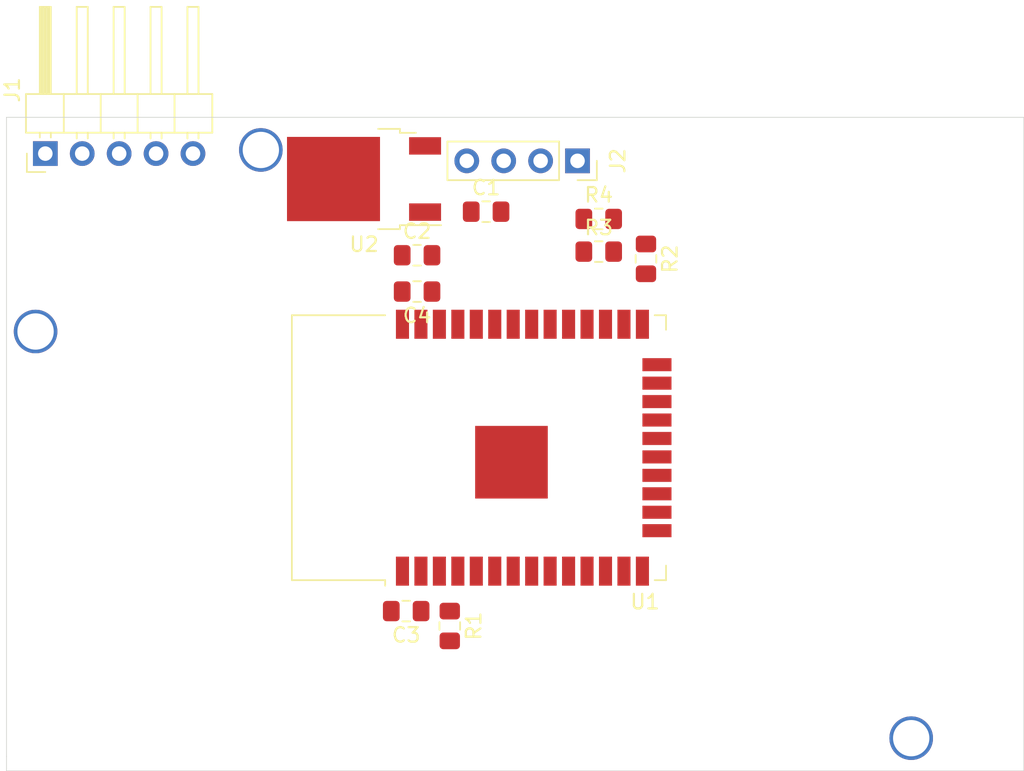
<source format=kicad_pcb>
(kicad_pcb (version 20171130) (host pcbnew 5.1.5-52549c5~84~ubuntu18.04.1)

  (general
    (thickness 1.6)
    (drawings 5)
    (tracks 3)
    (zones 0)
    (modules 12)
    (nets 39)
  )

  (page A4)
  (layers
    (0 F.Cu signal)
    (31 B.Cu signal)
    (32 B.Adhes user)
    (33 F.Adhes user)
    (34 B.Paste user)
    (35 F.Paste user)
    (36 B.SilkS user)
    (37 F.SilkS user)
    (38 B.Mask user)
    (39 F.Mask user)
    (40 Dwgs.User user)
    (41 Cmts.User user)
    (42 Eco1.User user)
    (43 Eco2.User user)
    (44 Edge.Cuts user)
    (45 Margin user)
    (46 B.CrtYd user)
    (47 F.CrtYd user hide)
    (48 B.Fab user)
    (49 F.Fab user hide)
  )

  (setup
    (last_trace_width 0.25)
    (trace_clearance 0.2)
    (zone_clearance 0.508)
    (zone_45_only no)
    (trace_min 0.2)
    (via_size 0.8)
    (via_drill 0.4)
    (via_min_size 0.4)
    (via_min_drill 0.3)
    (uvia_size 0.3)
    (uvia_drill 0.1)
    (uvias_allowed no)
    (uvia_min_size 0.2)
    (uvia_min_drill 0.1)
    (edge_width 0.05)
    (segment_width 0.2)
    (pcb_text_width 0.3)
    (pcb_text_size 1.5 1.5)
    (mod_edge_width 0.12)
    (mod_text_size 1 1)
    (mod_text_width 0.15)
    (pad_size 1.524 1.524)
    (pad_drill 0.762)
    (pad_to_mask_clearance 0.051)
    (solder_mask_min_width 0.25)
    (aux_axis_origin 0 0)
    (visible_elements FFFFFF7F)
    (pcbplotparams
      (layerselection 0x010fc_ffffffff)
      (usegerberextensions false)
      (usegerberattributes false)
      (usegerberadvancedattributes false)
      (creategerberjobfile false)
      (excludeedgelayer true)
      (linewidth 0.100000)
      (plotframeref false)
      (viasonmask false)
      (mode 1)
      (useauxorigin false)
      (hpglpennumber 1)
      (hpglpenspeed 20)
      (hpglpendiameter 15.000000)
      (psnegative false)
      (psa4output false)
      (plotreference true)
      (plotvalue true)
      (plotinvisibletext false)
      (padsonsilk false)
      (subtractmaskfromsilk false)
      (outputformat 1)
      (mirror false)
      (drillshape 1)
      (scaleselection 1)
      (outputdirectory ""))
  )

  (net 0 "")
  (net 1 +5V)
  (net 2 +3V3)
  (net 3 GND)
  (net 4 RST)
  (net 5 GPIO0)
  (net 6 TX)
  (net 7 RX)
  (net 8 TX2)
  (net 9 RX2_H)
  (net 10 RX2)
  (net 11 "Net-(U1-Pad4)")
  (net 12 "Net-(U1-Pad5)")
  (net 13 "Net-(U1-Pad6)")
  (net 14 "Net-(U1-Pad7)")
  (net 15 "Net-(U1-Pad8)")
  (net 16 "Net-(U1-Pad9)")
  (net 17 "Net-(U1-Pad10)")
  (net 18 "Net-(U1-Pad11)")
  (net 19 "Net-(U1-Pad12)")
  (net 20 "Net-(U1-Pad13)")
  (net 21 "Net-(U1-Pad14)")
  (net 22 "Net-(U1-Pad16)")
  (net 23 "Net-(U1-Pad17)")
  (net 24 "Net-(U1-Pad18)")
  (net 25 "Net-(U1-Pad19)")
  (net 26 "Net-(U1-Pad20)")
  (net 27 "Net-(U1-Pad21)")
  (net 28 "Net-(U1-Pad22)")
  (net 29 "Net-(U1-Pad23)")
  (net 30 "Net-(U1-Pad24)")
  (net 31 "Net-(U1-Pad26)")
  (net 32 "Net-(U1-Pad29)")
  (net 33 "Net-(U1-Pad30)")
  (net 34 "Net-(U1-Pad31)")
  (net 35 "Net-(U1-Pad32)")
  (net 36 "Net-(U1-Pad33)")
  (net 37 "Net-(U1-Pad36)")
  (net 38 "Net-(U1-Pad37)")

  (net_class Default "This is the default net class."
    (clearance 0.2)
    (trace_width 0.25)
    (via_dia 0.8)
    (via_drill 0.4)
    (uvia_dia 0.3)
    (uvia_drill 0.1)
    (add_net +3V3)
    (add_net +5V)
    (add_net GND)
    (add_net GPIO0)
    (add_net "Net-(U1-Pad10)")
    (add_net "Net-(U1-Pad11)")
    (add_net "Net-(U1-Pad12)")
    (add_net "Net-(U1-Pad13)")
    (add_net "Net-(U1-Pad14)")
    (add_net "Net-(U1-Pad16)")
    (add_net "Net-(U1-Pad17)")
    (add_net "Net-(U1-Pad18)")
    (add_net "Net-(U1-Pad19)")
    (add_net "Net-(U1-Pad20)")
    (add_net "Net-(U1-Pad21)")
    (add_net "Net-(U1-Pad22)")
    (add_net "Net-(U1-Pad23)")
    (add_net "Net-(U1-Pad24)")
    (add_net "Net-(U1-Pad26)")
    (add_net "Net-(U1-Pad29)")
    (add_net "Net-(U1-Pad30)")
    (add_net "Net-(U1-Pad31)")
    (add_net "Net-(U1-Pad32)")
    (add_net "Net-(U1-Pad33)")
    (add_net "Net-(U1-Pad36)")
    (add_net "Net-(U1-Pad37)")
    (add_net "Net-(U1-Pad4)")
    (add_net "Net-(U1-Pad5)")
    (add_net "Net-(U1-Pad6)")
    (add_net "Net-(U1-Pad7)")
    (add_net "Net-(U1-Pad8)")
    (add_net "Net-(U1-Pad9)")
    (add_net RST)
    (add_net RX)
    (add_net RX2)
    (add_net RX2_H)
    (add_net TX)
    (add_net TX2)
  )

  (module Connector_PinSocket_2.54mm:PinSocket_1x04_P2.54mm_Vertical locked (layer F.Cu) (tedit 5A19A429) (tstamp 5E3F1F18)
    (at 204.29 123 270)
    (descr "Through hole straight socket strip, 1x04, 2.54mm pitch, single row (from Kicad 4.0.7), script generated")
    (tags "Through hole socket strip THT 1x04 2.54mm single row")
    (path /5E99462C)
    (fp_text reference J2 (at 0 -2.77 90) (layer F.SilkS)
      (effects (font (size 1 1) (thickness 0.15)))
    )
    (fp_text value Conn_01x04 (at 0 10.39 90) (layer F.Fab)
      (effects (font (size 1 1) (thickness 0.15)))
    )
    (fp_line (start -1.27 -1.27) (end 0.635 -1.27) (layer F.Fab) (width 0.1))
    (fp_line (start 0.635 -1.27) (end 1.27 -0.635) (layer F.Fab) (width 0.1))
    (fp_line (start 1.27 -0.635) (end 1.27 8.89) (layer F.Fab) (width 0.1))
    (fp_line (start 1.27 8.89) (end -1.27 8.89) (layer F.Fab) (width 0.1))
    (fp_line (start -1.27 8.89) (end -1.27 -1.27) (layer F.Fab) (width 0.1))
    (fp_line (start -1.33 1.27) (end 1.33 1.27) (layer F.SilkS) (width 0.12))
    (fp_line (start -1.33 1.27) (end -1.33 8.95) (layer F.SilkS) (width 0.12))
    (fp_line (start -1.33 8.95) (end 1.33 8.95) (layer F.SilkS) (width 0.12))
    (fp_line (start 1.33 1.27) (end 1.33 8.95) (layer F.SilkS) (width 0.12))
    (fp_line (start 1.33 -1.33) (end 1.33 0) (layer F.SilkS) (width 0.12))
    (fp_line (start 0 -1.33) (end 1.33 -1.33) (layer F.SilkS) (width 0.12))
    (fp_line (start -1.8 -1.8) (end 1.75 -1.8) (layer F.CrtYd) (width 0.05))
    (fp_line (start 1.75 -1.8) (end 1.75 9.4) (layer F.CrtYd) (width 0.05))
    (fp_line (start 1.75 9.4) (end -1.8 9.4) (layer F.CrtYd) (width 0.05))
    (fp_line (start -1.8 9.4) (end -1.8 -1.8) (layer F.CrtYd) (width 0.05))
    (fp_text user %R (at 0 3.81) (layer F.Fab)
      (effects (font (size 1 1) (thickness 0.15)))
    )
    (pad 1 thru_hole rect (at 0 0 270) (size 1.7 1.7) (drill 1) (layers *.Cu *.Mask)
      (net 8 TX2))
    (pad 2 thru_hole oval (at 0 2.54 270) (size 1.7 1.7) (drill 1) (layers *.Cu *.Mask)
      (net 9 RX2_H))
    (pad 3 thru_hole oval (at 0 5.08 270) (size 1.7 1.7) (drill 1) (layers *.Cu *.Mask)
      (net 3 GND))
    (pad 4 thru_hole oval (at 0 7.62 270) (size 1.7 1.7) (drill 1) (layers *.Cu *.Mask)
      (net 1 +5V))
    (model ${KISYS3DMOD}/Connector_PinSocket_2.54mm.3dshapes/PinSocket_1x04_P2.54mm_Vertical.wrl
      (at (xyz 0 0 0))
      (scale (xyz 1 1 1))
      (rotate (xyz 0 0 0))
    )
  )

  (module Capacitor_SMD:C_0805_2012Metric_Pad1.15x1.40mm_HandSolder (layer F.Cu) (tedit 5B36C52B) (tstamp 5E3F1E73)
    (at 198 126.5)
    (descr "Capacitor SMD 0805 (2012 Metric), square (rectangular) end terminal, IPC_7351 nominal with elongated pad for handsoldering. (Body size source: https://docs.google.com/spreadsheets/d/1BsfQQcO9C6DZCsRaXUlFlo91Tg2WpOkGARC1WS5S8t0/edit?usp=sharing), generated with kicad-footprint-generator")
    (tags "capacitor handsolder")
    (path /5E9DA50E)
    (attr smd)
    (fp_text reference C1 (at 0 -1.65) (layer F.SilkS)
      (effects (font (size 1 1) (thickness 0.15)))
    )
    (fp_text value C_Small (at 0 1.65) (layer F.Fab)
      (effects (font (size 1 1) (thickness 0.15)))
    )
    (fp_line (start -1 0.6) (end -1 -0.6) (layer F.Fab) (width 0.1))
    (fp_line (start -1 -0.6) (end 1 -0.6) (layer F.Fab) (width 0.1))
    (fp_line (start 1 -0.6) (end 1 0.6) (layer F.Fab) (width 0.1))
    (fp_line (start 1 0.6) (end -1 0.6) (layer F.Fab) (width 0.1))
    (fp_line (start -0.261252 -0.71) (end 0.261252 -0.71) (layer F.SilkS) (width 0.12))
    (fp_line (start -0.261252 0.71) (end 0.261252 0.71) (layer F.SilkS) (width 0.12))
    (fp_line (start -1.85 0.95) (end -1.85 -0.95) (layer F.CrtYd) (width 0.05))
    (fp_line (start -1.85 -0.95) (end 1.85 -0.95) (layer F.CrtYd) (width 0.05))
    (fp_line (start 1.85 -0.95) (end 1.85 0.95) (layer F.CrtYd) (width 0.05))
    (fp_line (start 1.85 0.95) (end -1.85 0.95) (layer F.CrtYd) (width 0.05))
    (fp_text user %R (at 0 0) (layer F.Fab)
      (effects (font (size 0.5 0.5) (thickness 0.08)))
    )
    (pad 1 smd roundrect (at -1.025 0) (size 1.15 1.4) (layers F.Cu F.Paste F.Mask) (roundrect_rratio 0.217391)
      (net 1 +5V))
    (pad 2 smd roundrect (at 1.025 0) (size 1.15 1.4) (layers F.Cu F.Paste F.Mask) (roundrect_rratio 0.217391)
      (net 3 GND))
    (model ${KISYS3DMOD}/Capacitor_SMD.3dshapes/C_0805_2012Metric.wrl
      (at (xyz 0 0 0))
      (scale (xyz 1 1 1))
      (rotate (xyz 0 0 0))
    )
  )

  (module Capacitor_SMD:C_0805_2012Metric_Pad1.15x1.40mm_HandSolder (layer F.Cu) (tedit 5B36C52B) (tstamp 5E3F1E84)
    (at 193.25 129.5)
    (descr "Capacitor SMD 0805 (2012 Metric), square (rectangular) end terminal, IPC_7351 nominal with elongated pad for handsoldering. (Body size source: https://docs.google.com/spreadsheets/d/1BsfQQcO9C6DZCsRaXUlFlo91Tg2WpOkGARC1WS5S8t0/edit?usp=sharing), generated with kicad-footprint-generator")
    (tags "capacitor handsolder")
    (path /5E9DABCD)
    (attr smd)
    (fp_text reference C2 (at 0 -1.65) (layer F.SilkS)
      (effects (font (size 1 1) (thickness 0.15)))
    )
    (fp_text value C_Small (at 0 1.65) (layer F.Fab)
      (effects (font (size 1 1) (thickness 0.15)))
    )
    (fp_text user %R (at 0 0) (layer F.Fab)
      (effects (font (size 0.5 0.5) (thickness 0.08)))
    )
    (fp_line (start 1.85 0.95) (end -1.85 0.95) (layer F.CrtYd) (width 0.05))
    (fp_line (start 1.85 -0.95) (end 1.85 0.95) (layer F.CrtYd) (width 0.05))
    (fp_line (start -1.85 -0.95) (end 1.85 -0.95) (layer F.CrtYd) (width 0.05))
    (fp_line (start -1.85 0.95) (end -1.85 -0.95) (layer F.CrtYd) (width 0.05))
    (fp_line (start -0.261252 0.71) (end 0.261252 0.71) (layer F.SilkS) (width 0.12))
    (fp_line (start -0.261252 -0.71) (end 0.261252 -0.71) (layer F.SilkS) (width 0.12))
    (fp_line (start 1 0.6) (end -1 0.6) (layer F.Fab) (width 0.1))
    (fp_line (start 1 -0.6) (end 1 0.6) (layer F.Fab) (width 0.1))
    (fp_line (start -1 -0.6) (end 1 -0.6) (layer F.Fab) (width 0.1))
    (fp_line (start -1 0.6) (end -1 -0.6) (layer F.Fab) (width 0.1))
    (pad 2 smd roundrect (at 1.025 0) (size 1.15 1.4) (layers F.Cu F.Paste F.Mask) (roundrect_rratio 0.217391)
      (net 3 GND))
    (pad 1 smd roundrect (at -1.025 0) (size 1.15 1.4) (layers F.Cu F.Paste F.Mask) (roundrect_rratio 0.217391)
      (net 2 +3V3))
    (model ${KISYS3DMOD}/Capacitor_SMD.3dshapes/C_0805_2012Metric.wrl
      (at (xyz 0 0 0))
      (scale (xyz 1 1 1))
      (rotate (xyz 0 0 0))
    )
  )

  (module Capacitor_SMD:C_0805_2012Metric_Pad1.15x1.40mm_HandSolder (layer F.Cu) (tedit 5B36C52B) (tstamp 5E3F1E95)
    (at 192.5 154 180)
    (descr "Capacitor SMD 0805 (2012 Metric), square (rectangular) end terminal, IPC_7351 nominal with elongated pad for handsoldering. (Body size source: https://docs.google.com/spreadsheets/d/1BsfQQcO9C6DZCsRaXUlFlo91Tg2WpOkGARC1WS5S8t0/edit?usp=sharing), generated with kicad-footprint-generator")
    (tags "capacitor handsolder")
    (path /5E9CC296)
    (attr smd)
    (fp_text reference C3 (at 0 -1.65) (layer F.SilkS)
      (effects (font (size 1 1) (thickness 0.15)))
    )
    (fp_text value C_Small (at 0 1.65) (layer F.Fab)
      (effects (font (size 1 1) (thickness 0.15)))
    )
    (fp_line (start -1 0.6) (end -1 -0.6) (layer F.Fab) (width 0.1))
    (fp_line (start -1 -0.6) (end 1 -0.6) (layer F.Fab) (width 0.1))
    (fp_line (start 1 -0.6) (end 1 0.6) (layer F.Fab) (width 0.1))
    (fp_line (start 1 0.6) (end -1 0.6) (layer F.Fab) (width 0.1))
    (fp_line (start -0.261252 -0.71) (end 0.261252 -0.71) (layer F.SilkS) (width 0.12))
    (fp_line (start -0.261252 0.71) (end 0.261252 0.71) (layer F.SilkS) (width 0.12))
    (fp_line (start -1.85 0.95) (end -1.85 -0.95) (layer F.CrtYd) (width 0.05))
    (fp_line (start -1.85 -0.95) (end 1.85 -0.95) (layer F.CrtYd) (width 0.05))
    (fp_line (start 1.85 -0.95) (end 1.85 0.95) (layer F.CrtYd) (width 0.05))
    (fp_line (start 1.85 0.95) (end -1.85 0.95) (layer F.CrtYd) (width 0.05))
    (fp_text user %R (at 0 0) (layer F.Fab)
      (effects (font (size 0.5 0.5) (thickness 0.08)))
    )
    (pad 1 smd roundrect (at -1.025 0 180) (size 1.15 1.4) (layers F.Cu F.Paste F.Mask) (roundrect_rratio 0.217391)
      (net 2 +3V3))
    (pad 2 smd roundrect (at 1.025 0 180) (size 1.15 1.4) (layers F.Cu F.Paste F.Mask) (roundrect_rratio 0.217391)
      (net 3 GND))
    (model ${KISYS3DMOD}/Capacitor_SMD.3dshapes/C_0805_2012Metric.wrl
      (at (xyz 0 0 0))
      (scale (xyz 1 1 1))
      (rotate (xyz 0 0 0))
    )
  )

  (module Capacitor_SMD:C_0805_2012Metric_Pad1.15x1.40mm_HandSolder (layer F.Cu) (tedit 5B36C52B) (tstamp 5E3F1EA6)
    (at 193.25 132 180)
    (descr "Capacitor SMD 0805 (2012 Metric), square (rectangular) end terminal, IPC_7351 nominal with elongated pad for handsoldering. (Body size source: https://docs.google.com/spreadsheets/d/1BsfQQcO9C6DZCsRaXUlFlo91Tg2WpOkGARC1WS5S8t0/edit?usp=sharing), generated with kicad-footprint-generator")
    (tags "capacitor handsolder")
    (path /5E9D0722)
    (attr smd)
    (fp_text reference C4 (at 0 -1.65) (layer F.SilkS)
      (effects (font (size 1 1) (thickness 0.15)))
    )
    (fp_text value C_Small (at 0 1.65) (layer F.Fab)
      (effects (font (size 1 1) (thickness 0.15)))
    )
    (fp_text user %R (at 0 0) (layer F.Fab)
      (effects (font (size 0.5 0.5) (thickness 0.08)))
    )
    (fp_line (start 1.85 0.95) (end -1.85 0.95) (layer F.CrtYd) (width 0.05))
    (fp_line (start 1.85 -0.95) (end 1.85 0.95) (layer F.CrtYd) (width 0.05))
    (fp_line (start -1.85 -0.95) (end 1.85 -0.95) (layer F.CrtYd) (width 0.05))
    (fp_line (start -1.85 0.95) (end -1.85 -0.95) (layer F.CrtYd) (width 0.05))
    (fp_line (start -0.261252 0.71) (end 0.261252 0.71) (layer F.SilkS) (width 0.12))
    (fp_line (start -0.261252 -0.71) (end 0.261252 -0.71) (layer F.SilkS) (width 0.12))
    (fp_line (start 1 0.6) (end -1 0.6) (layer F.Fab) (width 0.1))
    (fp_line (start 1 -0.6) (end 1 0.6) (layer F.Fab) (width 0.1))
    (fp_line (start -1 -0.6) (end 1 -0.6) (layer F.Fab) (width 0.1))
    (fp_line (start -1 0.6) (end -1 -0.6) (layer F.Fab) (width 0.1))
    (pad 2 smd roundrect (at 1.025 0 180) (size 1.15 1.4) (layers F.Cu F.Paste F.Mask) (roundrect_rratio 0.217391)
      (net 3 GND))
    (pad 1 smd roundrect (at -1.025 0 180) (size 1.15 1.4) (layers F.Cu F.Paste F.Mask) (roundrect_rratio 0.217391)
      (net 2 +3V3))
    (model ${KISYS3DMOD}/Capacitor_SMD.3dshapes/C_0805_2012Metric.wrl
      (at (xyz 0 0 0))
      (scale (xyz 1 1 1))
      (rotate (xyz 0 0 0))
    )
  )

  (module Connector_PinHeader_2.54mm:PinHeader_1x05_P2.54mm_Horizontal (layer F.Cu) (tedit 59FED5CB) (tstamp 5E3F27C6)
    (at 167.67 122.5 90)
    (descr "Through hole angled pin header, 1x05, 2.54mm pitch, 6mm pin length, single row")
    (tags "Through hole angled pin header THT 1x05 2.54mm single row")
    (path /5E989C22)
    (fp_text reference J1 (at 4.385 -2.27 90) (layer F.SilkS)
      (effects (font (size 1 1) (thickness 0.15)))
    )
    (fp_text value Conn_01x05 (at 4.385 12.43 90) (layer F.Fab)
      (effects (font (size 1 1) (thickness 0.15)))
    )
    (fp_line (start 2.135 -1.27) (end 4.04 -1.27) (layer F.Fab) (width 0.1))
    (fp_line (start 4.04 -1.27) (end 4.04 11.43) (layer F.Fab) (width 0.1))
    (fp_line (start 4.04 11.43) (end 1.5 11.43) (layer F.Fab) (width 0.1))
    (fp_line (start 1.5 11.43) (end 1.5 -0.635) (layer F.Fab) (width 0.1))
    (fp_line (start 1.5 -0.635) (end 2.135 -1.27) (layer F.Fab) (width 0.1))
    (fp_line (start -0.32 -0.32) (end 1.5 -0.32) (layer F.Fab) (width 0.1))
    (fp_line (start -0.32 -0.32) (end -0.32 0.32) (layer F.Fab) (width 0.1))
    (fp_line (start -0.32 0.32) (end 1.5 0.32) (layer F.Fab) (width 0.1))
    (fp_line (start 4.04 -0.32) (end 10.04 -0.32) (layer F.Fab) (width 0.1))
    (fp_line (start 10.04 -0.32) (end 10.04 0.32) (layer F.Fab) (width 0.1))
    (fp_line (start 4.04 0.32) (end 10.04 0.32) (layer F.Fab) (width 0.1))
    (fp_line (start -0.32 2.22) (end 1.5 2.22) (layer F.Fab) (width 0.1))
    (fp_line (start -0.32 2.22) (end -0.32 2.86) (layer F.Fab) (width 0.1))
    (fp_line (start -0.32 2.86) (end 1.5 2.86) (layer F.Fab) (width 0.1))
    (fp_line (start 4.04 2.22) (end 10.04 2.22) (layer F.Fab) (width 0.1))
    (fp_line (start 10.04 2.22) (end 10.04 2.86) (layer F.Fab) (width 0.1))
    (fp_line (start 4.04 2.86) (end 10.04 2.86) (layer F.Fab) (width 0.1))
    (fp_line (start -0.32 4.76) (end 1.5 4.76) (layer F.Fab) (width 0.1))
    (fp_line (start -0.32 4.76) (end -0.32 5.4) (layer F.Fab) (width 0.1))
    (fp_line (start -0.32 5.4) (end 1.5 5.4) (layer F.Fab) (width 0.1))
    (fp_line (start 4.04 4.76) (end 10.04 4.76) (layer F.Fab) (width 0.1))
    (fp_line (start 10.04 4.76) (end 10.04 5.4) (layer F.Fab) (width 0.1))
    (fp_line (start 4.04 5.4) (end 10.04 5.4) (layer F.Fab) (width 0.1))
    (fp_line (start -0.32 7.3) (end 1.5 7.3) (layer F.Fab) (width 0.1))
    (fp_line (start -0.32 7.3) (end -0.32 7.94) (layer F.Fab) (width 0.1))
    (fp_line (start -0.32 7.94) (end 1.5 7.94) (layer F.Fab) (width 0.1))
    (fp_line (start 4.04 7.3) (end 10.04 7.3) (layer F.Fab) (width 0.1))
    (fp_line (start 10.04 7.3) (end 10.04 7.94) (layer F.Fab) (width 0.1))
    (fp_line (start 4.04 7.94) (end 10.04 7.94) (layer F.Fab) (width 0.1))
    (fp_line (start -0.32 9.84) (end 1.5 9.84) (layer F.Fab) (width 0.1))
    (fp_line (start -0.32 9.84) (end -0.32 10.48) (layer F.Fab) (width 0.1))
    (fp_line (start -0.32 10.48) (end 1.5 10.48) (layer F.Fab) (width 0.1))
    (fp_line (start 4.04 9.84) (end 10.04 9.84) (layer F.Fab) (width 0.1))
    (fp_line (start 10.04 9.84) (end 10.04 10.48) (layer F.Fab) (width 0.1))
    (fp_line (start 4.04 10.48) (end 10.04 10.48) (layer F.Fab) (width 0.1))
    (fp_line (start 1.44 -1.33) (end 1.44 11.49) (layer F.SilkS) (width 0.12))
    (fp_line (start 1.44 11.49) (end 4.1 11.49) (layer F.SilkS) (width 0.12))
    (fp_line (start 4.1 11.49) (end 4.1 -1.33) (layer F.SilkS) (width 0.12))
    (fp_line (start 4.1 -1.33) (end 1.44 -1.33) (layer F.SilkS) (width 0.12))
    (fp_line (start 4.1 -0.38) (end 10.1 -0.38) (layer F.SilkS) (width 0.12))
    (fp_line (start 10.1 -0.38) (end 10.1 0.38) (layer F.SilkS) (width 0.12))
    (fp_line (start 10.1 0.38) (end 4.1 0.38) (layer F.SilkS) (width 0.12))
    (fp_line (start 4.1 -0.32) (end 10.1 -0.32) (layer F.SilkS) (width 0.12))
    (fp_line (start 4.1 -0.2) (end 10.1 -0.2) (layer F.SilkS) (width 0.12))
    (fp_line (start 4.1 -0.08) (end 10.1 -0.08) (layer F.SilkS) (width 0.12))
    (fp_line (start 4.1 0.04) (end 10.1 0.04) (layer F.SilkS) (width 0.12))
    (fp_line (start 4.1 0.16) (end 10.1 0.16) (layer F.SilkS) (width 0.12))
    (fp_line (start 4.1 0.28) (end 10.1 0.28) (layer F.SilkS) (width 0.12))
    (fp_line (start 1.11 -0.38) (end 1.44 -0.38) (layer F.SilkS) (width 0.12))
    (fp_line (start 1.11 0.38) (end 1.44 0.38) (layer F.SilkS) (width 0.12))
    (fp_line (start 1.44 1.27) (end 4.1 1.27) (layer F.SilkS) (width 0.12))
    (fp_line (start 4.1 2.16) (end 10.1 2.16) (layer F.SilkS) (width 0.12))
    (fp_line (start 10.1 2.16) (end 10.1 2.92) (layer F.SilkS) (width 0.12))
    (fp_line (start 10.1 2.92) (end 4.1 2.92) (layer F.SilkS) (width 0.12))
    (fp_line (start 1.042929 2.16) (end 1.44 2.16) (layer F.SilkS) (width 0.12))
    (fp_line (start 1.042929 2.92) (end 1.44 2.92) (layer F.SilkS) (width 0.12))
    (fp_line (start 1.44 3.81) (end 4.1 3.81) (layer F.SilkS) (width 0.12))
    (fp_line (start 4.1 4.7) (end 10.1 4.7) (layer F.SilkS) (width 0.12))
    (fp_line (start 10.1 4.7) (end 10.1 5.46) (layer F.SilkS) (width 0.12))
    (fp_line (start 10.1 5.46) (end 4.1 5.46) (layer F.SilkS) (width 0.12))
    (fp_line (start 1.042929 4.7) (end 1.44 4.7) (layer F.SilkS) (width 0.12))
    (fp_line (start 1.042929 5.46) (end 1.44 5.46) (layer F.SilkS) (width 0.12))
    (fp_line (start 1.44 6.35) (end 4.1 6.35) (layer F.SilkS) (width 0.12))
    (fp_line (start 4.1 7.24) (end 10.1 7.24) (layer F.SilkS) (width 0.12))
    (fp_line (start 10.1 7.24) (end 10.1 8) (layer F.SilkS) (width 0.12))
    (fp_line (start 10.1 8) (end 4.1 8) (layer F.SilkS) (width 0.12))
    (fp_line (start 1.042929 7.24) (end 1.44 7.24) (layer F.SilkS) (width 0.12))
    (fp_line (start 1.042929 8) (end 1.44 8) (layer F.SilkS) (width 0.12))
    (fp_line (start 1.44 8.89) (end 4.1 8.89) (layer F.SilkS) (width 0.12))
    (fp_line (start 4.1 9.78) (end 10.1 9.78) (layer F.SilkS) (width 0.12))
    (fp_line (start 10.1 9.78) (end 10.1 10.54) (layer F.SilkS) (width 0.12))
    (fp_line (start 10.1 10.54) (end 4.1 10.54) (layer F.SilkS) (width 0.12))
    (fp_line (start 1.042929 9.78) (end 1.44 9.78) (layer F.SilkS) (width 0.12))
    (fp_line (start 1.042929 10.54) (end 1.44 10.54) (layer F.SilkS) (width 0.12))
    (fp_line (start -1.27 0) (end -1.27 -1.27) (layer F.SilkS) (width 0.12))
    (fp_line (start -1.27 -1.27) (end 0 -1.27) (layer F.SilkS) (width 0.12))
    (fp_line (start -1.8 -1.8) (end -1.8 11.95) (layer F.CrtYd) (width 0.05))
    (fp_line (start -1.8 11.95) (end 10.55 11.95) (layer F.CrtYd) (width 0.05))
    (fp_line (start 10.55 11.95) (end 10.55 -1.8) (layer F.CrtYd) (width 0.05))
    (fp_line (start 10.55 -1.8) (end -1.8 -1.8) (layer F.CrtYd) (width 0.05))
    (fp_text user %R (at 2.77 5.08) (layer F.Fab)
      (effects (font (size 1 1) (thickness 0.15)))
    )
    (pad 1 thru_hole rect (at 0 0 90) (size 1.7 1.7) (drill 1) (layers *.Cu *.Mask)
      (net 4 RST))
    (pad 2 thru_hole oval (at 0 2.54 90) (size 1.7 1.7) (drill 1) (layers *.Cu *.Mask)
      (net 5 GPIO0))
    (pad 3 thru_hole oval (at 0 5.08 90) (size 1.7 1.7) (drill 1) (layers *.Cu *.Mask)
      (net 6 TX))
    (pad 4 thru_hole oval (at 0 7.62 90) (size 1.7 1.7) (drill 1) (layers *.Cu *.Mask)
      (net 7 RX))
    (pad 5 thru_hole oval (at 0 10.16 90) (size 1.7 1.7) (drill 1) (layers *.Cu *.Mask)
      (net 3 GND))
    (model ${KISYS3DMOD}/Connector_PinHeader_2.54mm.3dshapes/PinHeader_1x05_P2.54mm_Horizontal.wrl
      (at (xyz 0 0 0))
      (scale (xyz 1 1 1))
      (rotate (xyz 0 0 0))
    )
  )

  (module Resistor_SMD:R_0805_2012Metric_Pad1.15x1.40mm_HandSolder (layer F.Cu) (tedit 5B36C52B) (tstamp 5E3F2BD1)
    (at 195.5 155.025 270)
    (descr "Resistor SMD 0805 (2012 Metric), square (rectangular) end terminal, IPC_7351 nominal with elongated pad for handsoldering. (Body size source: https://docs.google.com/spreadsheets/d/1BsfQQcO9C6DZCsRaXUlFlo91Tg2WpOkGARC1WS5S8t0/edit?usp=sharing), generated with kicad-footprint-generator")
    (tags "resistor handsolder")
    (path /5E9790CA)
    (attr smd)
    (fp_text reference R1 (at 0 -1.65 90) (layer F.SilkS)
      (effects (font (size 1 1) (thickness 0.15)))
    )
    (fp_text value 10K (at 0 1.65 90) (layer F.Fab)
      (effects (font (size 1 1) (thickness 0.15)))
    )
    (fp_line (start -1 0.6) (end -1 -0.6) (layer F.Fab) (width 0.1))
    (fp_line (start -1 -0.6) (end 1 -0.6) (layer F.Fab) (width 0.1))
    (fp_line (start 1 -0.6) (end 1 0.6) (layer F.Fab) (width 0.1))
    (fp_line (start 1 0.6) (end -1 0.6) (layer F.Fab) (width 0.1))
    (fp_line (start -0.261252 -0.71) (end 0.261252 -0.71) (layer F.SilkS) (width 0.12))
    (fp_line (start -0.261252 0.71) (end 0.261252 0.71) (layer F.SilkS) (width 0.12))
    (fp_line (start -1.85 0.95) (end -1.85 -0.95) (layer F.CrtYd) (width 0.05))
    (fp_line (start -1.85 -0.95) (end 1.85 -0.95) (layer F.CrtYd) (width 0.05))
    (fp_line (start 1.85 -0.95) (end 1.85 0.95) (layer F.CrtYd) (width 0.05))
    (fp_line (start 1.85 0.95) (end -1.85 0.95) (layer F.CrtYd) (width 0.05))
    (fp_text user %R (at 0 0 90) (layer F.Fab)
      (effects (font (size 0.5 0.5) (thickness 0.08)))
    )
    (pad 1 smd roundrect (at -1.025 0 270) (size 1.15 1.4) (layers F.Cu F.Paste F.Mask) (roundrect_rratio 0.217391)
      (net 4 RST))
    (pad 2 smd roundrect (at 1.025 0 270) (size 1.15 1.4) (layers F.Cu F.Paste F.Mask) (roundrect_rratio 0.217391)
      (net 2 +3V3))
    (model ${KISYS3DMOD}/Resistor_SMD.3dshapes/R_0805_2012Metric.wrl
      (at (xyz 0 0 0))
      (scale (xyz 1 1 1))
      (rotate (xyz 0 0 0))
    )
  )

  (module Resistor_SMD:R_0805_2012Metric_Pad1.15x1.40mm_HandSolder (layer F.Cu) (tedit 5B36C52B) (tstamp 5E3F3EDE)
    (at 209 129.75 270)
    (descr "Resistor SMD 0805 (2012 Metric), square (rectangular) end terminal, IPC_7351 nominal with elongated pad for handsoldering. (Body size source: https://docs.google.com/spreadsheets/d/1BsfQQcO9C6DZCsRaXUlFlo91Tg2WpOkGARC1WS5S8t0/edit?usp=sharing), generated with kicad-footprint-generator")
    (tags "resistor handsolder")
    (path /5E97EAA0)
    (attr smd)
    (fp_text reference R2 (at 0 -1.65 90) (layer F.SilkS)
      (effects (font (size 1 1) (thickness 0.15)))
    )
    (fp_text value 10K (at 0 1.65 90) (layer F.Fab)
      (effects (font (size 1 1) (thickness 0.15)))
    )
    (fp_text user %R (at 0 0 90) (layer F.Fab)
      (effects (font (size 0.5 0.5) (thickness 0.08)))
    )
    (fp_line (start 1.85 0.95) (end -1.85 0.95) (layer F.CrtYd) (width 0.05))
    (fp_line (start 1.85 -0.95) (end 1.85 0.95) (layer F.CrtYd) (width 0.05))
    (fp_line (start -1.85 -0.95) (end 1.85 -0.95) (layer F.CrtYd) (width 0.05))
    (fp_line (start -1.85 0.95) (end -1.85 -0.95) (layer F.CrtYd) (width 0.05))
    (fp_line (start -0.261252 0.71) (end 0.261252 0.71) (layer F.SilkS) (width 0.12))
    (fp_line (start -0.261252 -0.71) (end 0.261252 -0.71) (layer F.SilkS) (width 0.12))
    (fp_line (start 1 0.6) (end -1 0.6) (layer F.Fab) (width 0.1))
    (fp_line (start 1 -0.6) (end 1 0.6) (layer F.Fab) (width 0.1))
    (fp_line (start -1 -0.6) (end 1 -0.6) (layer F.Fab) (width 0.1))
    (fp_line (start -1 0.6) (end -1 -0.6) (layer F.Fab) (width 0.1))
    (pad 2 smd roundrect (at 1.025 0 270) (size 1.15 1.4) (layers F.Cu F.Paste F.Mask) (roundrect_rratio 0.217391)
      (net 5 GPIO0))
    (pad 1 smd roundrect (at -1.025 0 270) (size 1.15 1.4) (layers F.Cu F.Paste F.Mask) (roundrect_rratio 0.217391)
      (net 2 +3V3))
    (model ${KISYS3DMOD}/Resistor_SMD.3dshapes/R_0805_2012Metric.wrl
      (at (xyz 0 0 0))
      (scale (xyz 1 1 1))
      (rotate (xyz 0 0 0))
    )
  )

  (module Resistor_SMD:R_0805_2012Metric_Pad1.15x1.40mm_HandSolder (layer F.Cu) (tedit 5B36C52B) (tstamp 5E3F3F0E)
    (at 205.75 129.25)
    (descr "Resistor SMD 0805 (2012 Metric), square (rectangular) end terminal, IPC_7351 nominal with elongated pad for handsoldering. (Body size source: https://docs.google.com/spreadsheets/d/1BsfQQcO9C6DZCsRaXUlFlo91Tg2WpOkGARC1WS5S8t0/edit?usp=sharing), generated with kicad-footprint-generator")
    (tags "resistor handsolder")
    (path /5E9A5A15)
    (attr smd)
    (fp_text reference R3 (at 0 -1.65) (layer F.SilkS)
      (effects (font (size 1 1) (thickness 0.15)))
    )
    (fp_text value 22K (at 0 1.65) (layer F.Fab)
      (effects (font (size 1 1) (thickness 0.15)))
    )
    (fp_text user %R (at 0 0) (layer F.Fab)
      (effects (font (size 0.5 0.5) (thickness 0.08)))
    )
    (fp_line (start 1.85 0.95) (end -1.85 0.95) (layer F.CrtYd) (width 0.05))
    (fp_line (start 1.85 -0.95) (end 1.85 0.95) (layer F.CrtYd) (width 0.05))
    (fp_line (start -1.85 -0.95) (end 1.85 -0.95) (layer F.CrtYd) (width 0.05))
    (fp_line (start -1.85 0.95) (end -1.85 -0.95) (layer F.CrtYd) (width 0.05))
    (fp_line (start -0.261252 0.71) (end 0.261252 0.71) (layer F.SilkS) (width 0.12))
    (fp_line (start -0.261252 -0.71) (end 0.261252 -0.71) (layer F.SilkS) (width 0.12))
    (fp_line (start 1 0.6) (end -1 0.6) (layer F.Fab) (width 0.1))
    (fp_line (start 1 -0.6) (end 1 0.6) (layer F.Fab) (width 0.1))
    (fp_line (start -1 -0.6) (end 1 -0.6) (layer F.Fab) (width 0.1))
    (fp_line (start -1 0.6) (end -1 -0.6) (layer F.Fab) (width 0.1))
    (pad 2 smd roundrect (at 1.025 0) (size 1.15 1.4) (layers F.Cu F.Paste F.Mask) (roundrect_rratio 0.217391)
      (net 10 RX2))
    (pad 1 smd roundrect (at -1.025 0) (size 1.15 1.4) (layers F.Cu F.Paste F.Mask) (roundrect_rratio 0.217391)
      (net 3 GND))
    (model ${KISYS3DMOD}/Resistor_SMD.3dshapes/R_0805_2012Metric.wrl
      (at (xyz 0 0 0))
      (scale (xyz 1 1 1))
      (rotate (xyz 0 0 0))
    )
  )

  (module Resistor_SMD:R_0805_2012Metric_Pad1.15x1.40mm_HandSolder (layer F.Cu) (tedit 5B36C52B) (tstamp 5E3F3EAE)
    (at 205.75 127)
    (descr "Resistor SMD 0805 (2012 Metric), square (rectangular) end terminal, IPC_7351 nominal with elongated pad for handsoldering. (Body size source: https://docs.google.com/spreadsheets/d/1BsfQQcO9C6DZCsRaXUlFlo91Tg2WpOkGARC1WS5S8t0/edit?usp=sharing), generated with kicad-footprint-generator")
    (tags "resistor handsolder")
    (path /5E9A47E5)
    (attr smd)
    (fp_text reference R4 (at 0 -1.65) (layer F.SilkS)
      (effects (font (size 1 1) (thickness 0.15)))
    )
    (fp_text value 10K (at 0 1.65) (layer F.Fab)
      (effects (font (size 1 1) (thickness 0.15)))
    )
    (fp_line (start -1 0.6) (end -1 -0.6) (layer F.Fab) (width 0.1))
    (fp_line (start -1 -0.6) (end 1 -0.6) (layer F.Fab) (width 0.1))
    (fp_line (start 1 -0.6) (end 1 0.6) (layer F.Fab) (width 0.1))
    (fp_line (start 1 0.6) (end -1 0.6) (layer F.Fab) (width 0.1))
    (fp_line (start -0.261252 -0.71) (end 0.261252 -0.71) (layer F.SilkS) (width 0.12))
    (fp_line (start -0.261252 0.71) (end 0.261252 0.71) (layer F.SilkS) (width 0.12))
    (fp_line (start -1.85 0.95) (end -1.85 -0.95) (layer F.CrtYd) (width 0.05))
    (fp_line (start -1.85 -0.95) (end 1.85 -0.95) (layer F.CrtYd) (width 0.05))
    (fp_line (start 1.85 -0.95) (end 1.85 0.95) (layer F.CrtYd) (width 0.05))
    (fp_line (start 1.85 0.95) (end -1.85 0.95) (layer F.CrtYd) (width 0.05))
    (fp_text user %R (at 0 0) (layer F.Fab)
      (effects (font (size 0.5 0.5) (thickness 0.08)))
    )
    (pad 1 smd roundrect (at -1.025 0) (size 1.15 1.4) (layers F.Cu F.Paste F.Mask) (roundrect_rratio 0.217391)
      (net 9 RX2_H))
    (pad 2 smd roundrect (at 1.025 0) (size 1.15 1.4) (layers F.Cu F.Paste F.Mask) (roundrect_rratio 0.217391)
      (net 10 RX2))
    (model ${KISYS3DMOD}/Resistor_SMD.3dshapes/R_0805_2012Metric.wrl
      (at (xyz 0 0 0))
      (scale (xyz 1 1 1))
      (rotate (xyz 0 0 0))
    )
  )

  (module RF_Module:ESP32-WROOM-32 (layer F.Cu) (tedit 5B5B4654) (tstamp 5E3F1FCB)
    (at 200.5 142.75 90)
    (descr "Single 2.4 GHz Wi-Fi and Bluetooth combo chip https://www.espressif.com/sites/default/files/documentation/esp32-wroom-32_datasheet_en.pdf")
    (tags "Single 2.4 GHz Wi-Fi and Bluetooth combo  chip")
    (path /5E9778E8)
    (attr smd)
    (fp_text reference U1 (at -10.61 8.43) (layer F.SilkS)
      (effects (font (size 1 1) (thickness 0.15)))
    )
    (fp_text value ESP32-WROOM-32 (at 0 11.5 90) (layer F.Fab)
      (effects (font (size 1 1) (thickness 0.15)))
    )
    (fp_text user %R (at 0 0 90) (layer F.Fab)
      (effects (font (size 1 1) (thickness 0.15)))
    )
    (fp_text user "KEEP-OUT ZONE" (at 0 -19 90) (layer Cmts.User)
      (effects (font (size 1 1) (thickness 0.15)))
    )
    (fp_text user Antenna (at 0 -13 90) (layer Cmts.User)
      (effects (font (size 1 1) (thickness 0.15)))
    )
    (fp_text user "5 mm" (at 11.8 -14.375 90) (layer Cmts.User)
      (effects (font (size 0.5 0.5) (thickness 0.1)))
    )
    (fp_text user "5 mm" (at -11.2 -14.375 90) (layer Cmts.User)
      (effects (font (size 0.5 0.5) (thickness 0.1)))
    )
    (fp_text user "5 mm" (at 7.8 -19.075) (layer Cmts.User)
      (effects (font (size 0.5 0.5) (thickness 0.1)))
    )
    (fp_line (start -14 -9.97) (end -14 -20.75) (layer Dwgs.User) (width 0.1))
    (fp_line (start 9 9.76) (end 9 -15.745) (layer F.Fab) (width 0.1))
    (fp_line (start -9 9.76) (end 9 9.76) (layer F.Fab) (width 0.1))
    (fp_line (start -9 -15.745) (end -9 -10.02) (layer F.Fab) (width 0.1))
    (fp_line (start -9 -15.745) (end 9 -15.745) (layer F.Fab) (width 0.1))
    (fp_line (start -9.75 10.5) (end -9.75 -9.72) (layer F.CrtYd) (width 0.05))
    (fp_line (start -9.75 10.5) (end 9.75 10.5) (layer F.CrtYd) (width 0.05))
    (fp_line (start 9.75 -9.72) (end 9.75 10.5) (layer F.CrtYd) (width 0.05))
    (fp_line (start -14.25 -21) (end 14.25 -21) (layer F.CrtYd) (width 0.05))
    (fp_line (start -9 -9.02) (end -9 9.76) (layer F.Fab) (width 0.1))
    (fp_line (start -8.5 -9.52) (end -9 -10.02) (layer F.Fab) (width 0.1))
    (fp_line (start -9 -9.02) (end -8.5 -9.52) (layer F.Fab) (width 0.1))
    (fp_line (start 14 -9.97) (end -14 -9.97) (layer Dwgs.User) (width 0.1))
    (fp_line (start 14 -9.97) (end 14 -20.75) (layer Dwgs.User) (width 0.1))
    (fp_line (start 14 -20.75) (end -14 -20.75) (layer Dwgs.User) (width 0.1))
    (fp_line (start -14.25 -21) (end -14.25 -9.72) (layer F.CrtYd) (width 0.05))
    (fp_line (start 14.25 -21) (end 14.25 -9.72) (layer F.CrtYd) (width 0.05))
    (fp_line (start -14.25 -9.72) (end -9.75 -9.72) (layer F.CrtYd) (width 0.05))
    (fp_line (start 9.75 -9.72) (end 14.25 -9.72) (layer F.CrtYd) (width 0.05))
    (fp_line (start -12.525 -20.75) (end -14 -19.66) (layer Dwgs.User) (width 0.1))
    (fp_line (start -10.525 -20.75) (end -14 -18.045) (layer Dwgs.User) (width 0.1))
    (fp_line (start -8.525 -20.75) (end -14 -16.43) (layer Dwgs.User) (width 0.1))
    (fp_line (start -6.525 -20.75) (end -14 -14.815) (layer Dwgs.User) (width 0.1))
    (fp_line (start -4.525 -20.75) (end -14 -13.2) (layer Dwgs.User) (width 0.1))
    (fp_line (start -2.525 -20.75) (end -14 -11.585) (layer Dwgs.User) (width 0.1))
    (fp_line (start -0.525 -20.75) (end -14 -9.97) (layer Dwgs.User) (width 0.1))
    (fp_line (start 1.475 -20.75) (end -12 -9.97) (layer Dwgs.User) (width 0.1))
    (fp_line (start 3.475 -20.75) (end -10 -9.97) (layer Dwgs.User) (width 0.1))
    (fp_line (start -8 -9.97) (end 5.475 -20.75) (layer Dwgs.User) (width 0.1))
    (fp_line (start 7.475 -20.75) (end -6 -9.97) (layer Dwgs.User) (width 0.1))
    (fp_line (start 9.475 -20.75) (end -4 -9.97) (layer Dwgs.User) (width 0.1))
    (fp_line (start 11.475 -20.75) (end -2 -9.97) (layer Dwgs.User) (width 0.1))
    (fp_line (start 13.475 -20.75) (end 0 -9.97) (layer Dwgs.User) (width 0.1))
    (fp_line (start 14 -19.66) (end 2 -9.97) (layer Dwgs.User) (width 0.1))
    (fp_line (start 14 -18.045) (end 4 -9.97) (layer Dwgs.User) (width 0.1))
    (fp_line (start 14 -16.43) (end 6 -9.97) (layer Dwgs.User) (width 0.1))
    (fp_line (start 14 -14.815) (end 8 -9.97) (layer Dwgs.User) (width 0.1))
    (fp_line (start 14 -13.2) (end 10 -9.97) (layer Dwgs.User) (width 0.1))
    (fp_line (start 14 -11.585) (end 12 -9.97) (layer Dwgs.User) (width 0.1))
    (fp_line (start 9.2 -13.875) (end 13.8 -13.875) (layer Cmts.User) (width 0.1))
    (fp_line (start 13.8 -13.875) (end 13.6 -14.075) (layer Cmts.User) (width 0.1))
    (fp_line (start 13.8 -13.875) (end 13.6 -13.675) (layer Cmts.User) (width 0.1))
    (fp_line (start 9.2 -13.875) (end 9.4 -14.075) (layer Cmts.User) (width 0.1))
    (fp_line (start 9.2 -13.875) (end 9.4 -13.675) (layer Cmts.User) (width 0.1))
    (fp_line (start -13.8 -13.875) (end -13.6 -14.075) (layer Cmts.User) (width 0.1))
    (fp_line (start -13.8 -13.875) (end -13.6 -13.675) (layer Cmts.User) (width 0.1))
    (fp_line (start -9.2 -13.875) (end -9.4 -13.675) (layer Cmts.User) (width 0.1))
    (fp_line (start -13.8 -13.875) (end -9.2 -13.875) (layer Cmts.User) (width 0.1))
    (fp_line (start -9.2 -13.875) (end -9.4 -14.075) (layer Cmts.User) (width 0.1))
    (fp_line (start 8.4 -16) (end 8.2 -16.2) (layer Cmts.User) (width 0.1))
    (fp_line (start 8.4 -16) (end 8.6 -16.2) (layer Cmts.User) (width 0.1))
    (fp_line (start 8.4 -20.6) (end 8.6 -20.4) (layer Cmts.User) (width 0.1))
    (fp_line (start 8.4 -16) (end 8.4 -20.6) (layer Cmts.User) (width 0.1))
    (fp_line (start 8.4 -20.6) (end 8.2 -20.4) (layer Cmts.User) (width 0.1))
    (fp_line (start -9.12 9.1) (end -9.12 9.88) (layer F.SilkS) (width 0.12))
    (fp_line (start -9.12 9.88) (end -8.12 9.88) (layer F.SilkS) (width 0.12))
    (fp_line (start 9.12 9.1) (end 9.12 9.88) (layer F.SilkS) (width 0.12))
    (fp_line (start 9.12 9.88) (end 8.12 9.88) (layer F.SilkS) (width 0.12))
    (fp_line (start -9.12 -15.865) (end 9.12 -15.865) (layer F.SilkS) (width 0.12))
    (fp_line (start 9.12 -15.865) (end 9.12 -9.445) (layer F.SilkS) (width 0.12))
    (fp_line (start -9.12 -15.865) (end -9.12 -9.445) (layer F.SilkS) (width 0.12))
    (fp_line (start -9.12 -9.445) (end -9.5 -9.445) (layer F.SilkS) (width 0.12))
    (pad 39 smd rect (at -1 -0.755 90) (size 5 5) (layers F.Cu F.Paste F.Mask)
      (net 3 GND))
    (pad 1 smd rect (at -8.5 -8.255 90) (size 2 0.9) (layers F.Cu F.Paste F.Mask)
      (net 3 GND))
    (pad 2 smd rect (at -8.5 -6.985 90) (size 2 0.9) (layers F.Cu F.Paste F.Mask)
      (net 2 +3V3))
    (pad 3 smd rect (at -8.5 -5.715 90) (size 2 0.9) (layers F.Cu F.Paste F.Mask)
      (net 4 RST))
    (pad 4 smd rect (at -8.5 -4.445 90) (size 2 0.9) (layers F.Cu F.Paste F.Mask)
      (net 11 "Net-(U1-Pad4)"))
    (pad 5 smd rect (at -8.5 -3.175 90) (size 2 0.9) (layers F.Cu F.Paste F.Mask)
      (net 12 "Net-(U1-Pad5)"))
    (pad 6 smd rect (at -8.5 -1.905 90) (size 2 0.9) (layers F.Cu F.Paste F.Mask)
      (net 13 "Net-(U1-Pad6)"))
    (pad 7 smd rect (at -8.5 -0.635 90) (size 2 0.9) (layers F.Cu F.Paste F.Mask)
      (net 14 "Net-(U1-Pad7)"))
    (pad 8 smd rect (at -8.5 0.635 90) (size 2 0.9) (layers F.Cu F.Paste F.Mask)
      (net 15 "Net-(U1-Pad8)"))
    (pad 9 smd rect (at -8.5 1.905 90) (size 2 0.9) (layers F.Cu F.Paste F.Mask)
      (net 16 "Net-(U1-Pad9)"))
    (pad 10 smd rect (at -8.5 3.175 90) (size 2 0.9) (layers F.Cu F.Paste F.Mask)
      (net 17 "Net-(U1-Pad10)"))
    (pad 11 smd rect (at -8.5 4.445 90) (size 2 0.9) (layers F.Cu F.Paste F.Mask)
      (net 18 "Net-(U1-Pad11)"))
    (pad 12 smd rect (at -8.5 5.715 90) (size 2 0.9) (layers F.Cu F.Paste F.Mask)
      (net 19 "Net-(U1-Pad12)"))
    (pad 13 smd rect (at -8.5 6.985 90) (size 2 0.9) (layers F.Cu F.Paste F.Mask)
      (net 20 "Net-(U1-Pad13)"))
    (pad 14 smd rect (at -8.5 8.255 90) (size 2 0.9) (layers F.Cu F.Paste F.Mask)
      (net 21 "Net-(U1-Pad14)"))
    (pad 15 smd rect (at -5.715 9.255 180) (size 2 0.9) (layers F.Cu F.Paste F.Mask)
      (net 3 GND))
    (pad 16 smd rect (at -4.445 9.255 180) (size 2 0.9) (layers F.Cu F.Paste F.Mask)
      (net 22 "Net-(U1-Pad16)"))
    (pad 17 smd rect (at -3.175 9.255 180) (size 2 0.9) (layers F.Cu F.Paste F.Mask)
      (net 23 "Net-(U1-Pad17)"))
    (pad 18 smd rect (at -1.905 9.255 180) (size 2 0.9) (layers F.Cu F.Paste F.Mask)
      (net 24 "Net-(U1-Pad18)"))
    (pad 19 smd rect (at -0.635 9.255 180) (size 2 0.9) (layers F.Cu F.Paste F.Mask)
      (net 25 "Net-(U1-Pad19)"))
    (pad 20 smd rect (at 0.635 9.255 180) (size 2 0.9) (layers F.Cu F.Paste F.Mask)
      (net 26 "Net-(U1-Pad20)"))
    (pad 21 smd rect (at 1.905 9.255 180) (size 2 0.9) (layers F.Cu F.Paste F.Mask)
      (net 27 "Net-(U1-Pad21)"))
    (pad 22 smd rect (at 3.175 9.255 180) (size 2 0.9) (layers F.Cu F.Paste F.Mask)
      (net 28 "Net-(U1-Pad22)"))
    (pad 23 smd rect (at 4.445 9.255 180) (size 2 0.9) (layers F.Cu F.Paste F.Mask)
      (net 29 "Net-(U1-Pad23)"))
    (pad 24 smd rect (at 5.715 9.255 180) (size 2 0.9) (layers F.Cu F.Paste F.Mask)
      (net 30 "Net-(U1-Pad24)"))
    (pad 25 smd rect (at 8.5 8.255 90) (size 2 0.9) (layers F.Cu F.Paste F.Mask)
      (net 5 GPIO0))
    (pad 26 smd rect (at 8.5 6.985 90) (size 2 0.9) (layers F.Cu F.Paste F.Mask)
      (net 31 "Net-(U1-Pad26)"))
    (pad 27 smd rect (at 8.5 5.715 90) (size 2 0.9) (layers F.Cu F.Paste F.Mask)
      (net 10 RX2))
    (pad 28 smd rect (at 8.5 4.445 90) (size 2 0.9) (layers F.Cu F.Paste F.Mask)
      (net 8 TX2))
    (pad 29 smd rect (at 8.5 3.175 90) (size 2 0.9) (layers F.Cu F.Paste F.Mask)
      (net 32 "Net-(U1-Pad29)"))
    (pad 30 smd rect (at 8.5 1.905 90) (size 2 0.9) (layers F.Cu F.Paste F.Mask)
      (net 33 "Net-(U1-Pad30)"))
    (pad 31 smd rect (at 8.5 0.635 90) (size 2 0.9) (layers F.Cu F.Paste F.Mask)
      (net 34 "Net-(U1-Pad31)"))
    (pad 32 smd rect (at 8.5 -0.635 90) (size 2 0.9) (layers F.Cu F.Paste F.Mask)
      (net 35 "Net-(U1-Pad32)"))
    (pad 33 smd rect (at 8.5 -1.905 90) (size 2 0.9) (layers F.Cu F.Paste F.Mask)
      (net 36 "Net-(U1-Pad33)"))
    (pad 34 smd rect (at 8.5 -3.175 90) (size 2 0.9) (layers F.Cu F.Paste F.Mask)
      (net 7 RX))
    (pad 35 smd rect (at 8.5 -4.445 90) (size 2 0.9) (layers F.Cu F.Paste F.Mask)
      (net 6 TX))
    (pad 36 smd rect (at 8.5 -5.715 90) (size 2 0.9) (layers F.Cu F.Paste F.Mask)
      (net 37 "Net-(U1-Pad36)"))
    (pad 37 smd rect (at 8.5 -6.985 90) (size 2 0.9) (layers F.Cu F.Paste F.Mask)
      (net 38 "Net-(U1-Pad37)"))
    (pad 38 smd rect (at 8.5 -8.255 90) (size 2 0.9) (layers F.Cu F.Paste F.Mask)
      (net 3 GND))
    (model ${KISYS3DMOD}/RF_Module.3dshapes/ESP32-WROOM-32.wrl
      (at (xyz 0 0 0))
      (scale (xyz 1 1 1))
      (rotate (xyz 0 0 0))
    )
  )

  (module Package_TO_SOT_SMD:TO-252-2 (layer F.Cu) (tedit 5A70A390) (tstamp 5E3F1FEF)
    (at 189.6 124.25 180)
    (descr "TO-252 / DPAK SMD package, http://www.infineon.com/cms/en/product/packages/PG-TO252/PG-TO252-3-1/")
    (tags "DPAK TO-252 DPAK-3 TO-252-3 SOT-428")
    (path /5E9D5B3A)
    (attr smd)
    (fp_text reference U2 (at 0 -4.5) (layer F.SilkS)
      (effects (font (size 1 1) (thickness 0.15)))
    )
    (fp_text value LM1117-3.3 (at 0 4.5) (layer F.Fab)
      (effects (font (size 1 1) (thickness 0.15)))
    )
    (fp_line (start 3.95 -2.7) (end 4.95 -2.7) (layer F.Fab) (width 0.1))
    (fp_line (start 4.95 -2.7) (end 4.95 2.7) (layer F.Fab) (width 0.1))
    (fp_line (start 4.95 2.7) (end 3.95 2.7) (layer F.Fab) (width 0.1))
    (fp_line (start 3.95 -3.25) (end 3.95 3.25) (layer F.Fab) (width 0.1))
    (fp_line (start 3.95 3.25) (end -2.27 3.25) (layer F.Fab) (width 0.1))
    (fp_line (start -2.27 3.25) (end -2.27 -2.25) (layer F.Fab) (width 0.1))
    (fp_line (start -2.27 -2.25) (end -1.27 -3.25) (layer F.Fab) (width 0.1))
    (fp_line (start -1.27 -3.25) (end 3.95 -3.25) (layer F.Fab) (width 0.1))
    (fp_line (start -1.865 -2.655) (end -4.97 -2.655) (layer F.Fab) (width 0.1))
    (fp_line (start -4.97 -2.655) (end -4.97 -1.905) (layer F.Fab) (width 0.1))
    (fp_line (start -4.97 -1.905) (end -2.27 -1.905) (layer F.Fab) (width 0.1))
    (fp_line (start -2.27 1.905) (end -4.97 1.905) (layer F.Fab) (width 0.1))
    (fp_line (start -4.97 1.905) (end -4.97 2.655) (layer F.Fab) (width 0.1))
    (fp_line (start -4.97 2.655) (end -2.27 2.655) (layer F.Fab) (width 0.1))
    (fp_line (start -0.97 -3.45) (end -2.47 -3.45) (layer F.SilkS) (width 0.12))
    (fp_line (start -2.47 -3.45) (end -2.47 -3.18) (layer F.SilkS) (width 0.12))
    (fp_line (start -2.47 -3.18) (end -5.3 -3.18) (layer F.SilkS) (width 0.12))
    (fp_line (start -0.97 3.45) (end -2.47 3.45) (layer F.SilkS) (width 0.12))
    (fp_line (start -2.47 3.45) (end -2.47 3.18) (layer F.SilkS) (width 0.12))
    (fp_line (start -2.47 3.18) (end -3.57 3.18) (layer F.SilkS) (width 0.12))
    (fp_line (start -5.55 -3.5) (end -5.55 3.5) (layer F.CrtYd) (width 0.05))
    (fp_line (start -5.55 3.5) (end 5.55 3.5) (layer F.CrtYd) (width 0.05))
    (fp_line (start 5.55 3.5) (end 5.55 -3.5) (layer F.CrtYd) (width 0.05))
    (fp_line (start 5.55 -3.5) (end -5.55 -3.5) (layer F.CrtYd) (width 0.05))
    (fp_text user %R (at 0 0) (layer F.Fab)
      (effects (font (size 1 1) (thickness 0.15)))
    )
    (pad 1 smd rect (at -4.2 -2.28 180) (size 2.2 1.2) (layers F.Cu F.Paste F.Mask)
      (net 3 GND))
    (pad 3 smd rect (at -4.2 2.28 180) (size 2.2 1.2) (layers F.Cu F.Paste F.Mask)
      (net 1 +5V))
    (pad 2 smd rect (at 2.1 0 180) (size 6.4 5.8) (layers F.Cu F.Mask)
      (net 2 +3V3))
    (pad "" smd rect (at 3.775 1.525 180) (size 3.05 2.75) (layers F.Paste))
    (pad "" smd rect (at 0.425 -1.525 180) (size 3.05 2.75) (layers F.Paste))
    (pad "" smd rect (at 3.775 -1.525 180) (size 3.05 2.75) (layers F.Paste))
    (pad "" smd rect (at 0.425 1.525 180) (size 3.05 2.75) (layers F.Paste))
    (model ${KISYS3DMOD}/Package_TO_SOT_SMD.3dshapes/TO-252-2.wrl
      (at (xyz 0 0 0))
      (scale (xyz 1 1 1))
      (rotate (xyz 0 0 0))
    )
  )

  (gr_line (start 235 165) (end 235 120) (layer Edge.Cuts) (width 0.05) (tstamp 5E3F3763))
  (gr_line (start 165 165) (end 235 165) (layer Edge.Cuts) (width 0.05) (tstamp 5E3F375A))
  (gr_line (start 165 120) (end 165 164) (layer Edge.Cuts) (width 0.05) (tstamp 5E3F376C))
  (gr_line (start 165 164) (end 165 165) (layer Edge.Cuts) (width 0.05) (tstamp 5E3F3760))
  (gr_line (start 235 120) (end 165 120) (layer Edge.Cuts) (width 0.05) (tstamp 5E3F374E))

  (via (at 182.5 122.25) (size 3) (drill 2.5) (layers F.Cu B.Cu) (net 0) (tstamp 5E3F3751))
  (via (at 227.25 162.75) (size 3) (drill 2.5) (layers F.Cu B.Cu) (net 0) (tstamp 5E3F3757))
  (via (at 167 134.75) (size 3) (drill 2.5) (layers F.Cu B.Cu) (net 0) (tstamp 5E3F3754))

)

</source>
